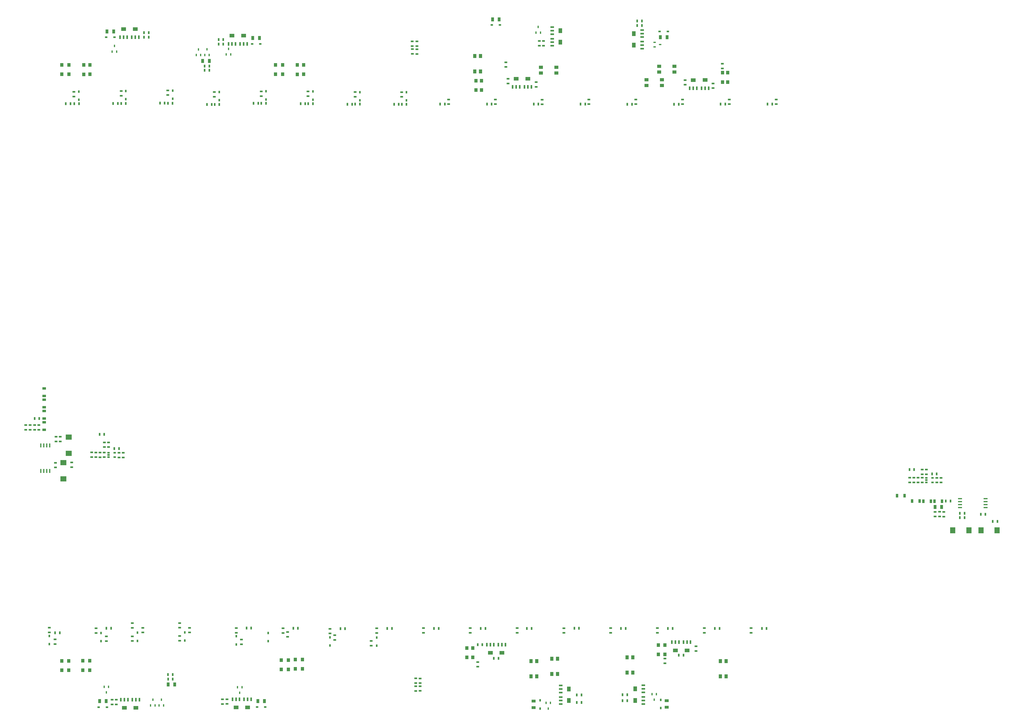
<source format=gbr>
%TF.GenerationSoftware,Altium Limited,Altium Designer,25.3.3 (18)*%
G04 Layer_Color=128*
%FSLAX45Y45*%
%MOMM*%
%TF.SameCoordinates,A4CA6E92-6A9D-4088-ADF9-EEBE24E4F9EE*%
%TF.FilePolarity,Positive*%
%TF.FileFunction,Paste,Bot*%
%TF.Part,Single*%
G01*
G75*
%TA.AperFunction,SMDPad,CuDef*%
%ADD40R,0.80000X1.25000*%
%ADD41R,1.25000X0.80000*%
%ADD42R,2.00000X1.50000*%
%ADD43R,0.80000X1.50000*%
%ADD44R,0.70000X1.00000*%
%ADD45R,0.60000X1.00000*%
%ADD46R,1.80000X1.45000*%
%ADD47R,0.60000X1.80000*%
%ADD48R,1.50000X2.00000*%
%ADD49R,1.50000X0.80000*%
%ADD50R,1.80000X1.30000*%
%ADD51R,1.45000X1.80000*%
%ADD52R,1.45000X1.50000*%
%ADD53R,1.30000X1.80000*%
%ADD54R,1.00000X0.70000*%
%ADD55R,2.50000X2.20000*%
%ADD56R,2.20000X2.50000*%
%ADD57R,1.60000X1.00000*%
%ADD58R,1.80000X0.60000*%
%ADD59R,1.00000X0.60000*%
%ADD60R,1.00000X1.60000*%
%ADD61R,1.00000X0.66000*%
D40*
X5527500Y29267517D02*
D03*
X5327500D02*
D03*
X8515000Y28782483D02*
D03*
X8715000D02*
D03*
X25779999Y689984D02*
D03*
X25979999D02*
D03*
X24027499Y612516D02*
D03*
X23827499D02*
D03*
X26610001Y29767517D02*
D03*
X26410001D02*
D03*
X28385339Y2632516D02*
D03*
X28185339D02*
D03*
X23827499Y930016D02*
D03*
X24027499D02*
D03*
X25982501Y942484D02*
D03*
X25782501D02*
D03*
X15922501Y3779984D02*
D03*
X15722501D02*
D03*
X3917500Y3784984D02*
D03*
X3717500D02*
D03*
X3427500Y12085016D02*
D03*
X3627500D02*
D03*
X40202499Y8702516D02*
D03*
X40402499D02*
D03*
X8120000Y27659985D02*
D03*
X7920000D02*
D03*
X41604999Y8362516D02*
D03*
X41804999D02*
D03*
X22185001Y26217484D02*
D03*
X21985001D02*
D03*
X19987500Y26217517D02*
D03*
X20187500D02*
D03*
X14022501Y26210016D02*
D03*
X14222501D02*
D03*
X14352499Y26212515D02*
D03*
X14552499D02*
D03*
X12347500Y26232516D02*
D03*
X12547500D02*
D03*
X10337500Y26247501D02*
D03*
X10537500D02*
D03*
X10007500D02*
D03*
X10207500D02*
D03*
X8017500Y26200015D02*
D03*
X8217500D02*
D03*
X8345000D02*
D03*
X8545000D02*
D03*
X2347500Y26227499D02*
D03*
X2547500D02*
D03*
X4256931Y11474984D02*
D03*
X4056931D02*
D03*
X39212500Y10392484D02*
D03*
X39012500D02*
D03*
X16545000Y26202515D02*
D03*
X16345000D02*
D03*
X16217500D02*
D03*
X16017500D02*
D03*
X8515000Y28972485D02*
D03*
X8715000D02*
D03*
X12220000Y26232516D02*
D03*
X12020000D02*
D03*
X18185001Y26212515D02*
D03*
X17985001D02*
D03*
X24189999Y26215015D02*
D03*
X23989999D02*
D03*
X7919645Y27842484D02*
D03*
X8119645D02*
D03*
X31979999Y26217484D02*
D03*
X32179999D02*
D03*
X29975000Y26214984D02*
D03*
X30175000D02*
D03*
X27982501Y26209985D02*
D03*
X28182501D02*
D03*
X25985001D02*
D03*
X26185001D02*
D03*
X6547500Y26252515D02*
D03*
X6347500D02*
D03*
X6210000Y26255017D02*
D03*
X6010000D02*
D03*
X26410001Y29572485D02*
D03*
X26610001D02*
D03*
X11707500Y3787484D02*
D03*
X11907500D02*
D03*
X19587500Y3087484D02*
D03*
X19787500D02*
D03*
X21895000Y3780016D02*
D03*
X21695000D02*
D03*
X19722501Y3779984D02*
D03*
X19922501D02*
D03*
X17722501D02*
D03*
X17922501D02*
D03*
X23720000Y3784984D02*
D03*
X23920000D02*
D03*
X6552500Y1802516D02*
D03*
X6352500D02*
D03*
X6555000Y1610016D02*
D03*
X6355000D02*
D03*
X4547500Y26242499D02*
D03*
X4347500D02*
D03*
X31939999Y3780016D02*
D03*
X31739999D02*
D03*
X29929999D02*
D03*
X29729999D02*
D03*
X27920001D02*
D03*
X27720001D02*
D03*
X25912500D02*
D03*
X25712500D02*
D03*
X4207500Y26242499D02*
D03*
X4007500D02*
D03*
X2182500Y26230017D02*
D03*
X1982500D02*
D03*
X13722501Y3767484D02*
D03*
X13922501D02*
D03*
X9707500Y3794984D02*
D03*
X9907500D02*
D03*
X1525000Y3589984D02*
D03*
X1725000D02*
D03*
X5527500Y29080017D02*
D03*
X5327500D02*
D03*
X20277499Y2500016D02*
D03*
X20477499D02*
D03*
X850000Y12762516D02*
D03*
X650000D02*
D03*
X39600000Y9227484D02*
D03*
X39800000D02*
D03*
X38245001Y10577516D02*
D03*
X38045001D02*
D03*
X41295001Y8660016D02*
D03*
X41095001D02*
D03*
X40202499Y8517484D02*
D03*
X40402499D02*
D03*
D41*
X3960016Y527500D02*
D03*
Y727500D02*
D03*
X8677516Y547500D02*
D03*
Y747500D02*
D03*
X16942516Y1442500D02*
D03*
Y1642500D02*
D03*
X17130016Y1440000D02*
D03*
Y1640000D02*
D03*
X16992476Y28559991D02*
D03*
Y28359991D02*
D03*
X16794975Y28564993D02*
D03*
Y28364993D02*
D03*
X17127484Y1307500D02*
D03*
Y1107500D02*
D03*
X16942223Y1306215D02*
D03*
Y1106215D02*
D03*
X16792508Y28697491D02*
D03*
Y28897491D02*
D03*
X22222501Y28912500D02*
D03*
Y28712500D02*
D03*
X16990009Y28697491D02*
D03*
Y28897491D02*
D03*
X28922855Y3012500D02*
D03*
Y2812500D02*
D03*
X4140016Y730000D02*
D03*
Y530000D02*
D03*
X8875016Y750000D02*
D03*
Y550000D02*
D03*
X15272516Y3785000D02*
D03*
Y3585000D02*
D03*
X13275015Y3765000D02*
D03*
Y3565000D02*
D03*
X11272516Y3787500D02*
D03*
Y3587500D02*
D03*
X11467516Y3625000D02*
D03*
Y3425000D02*
D03*
X6847516Y3455000D02*
D03*
Y3255000D02*
D03*
X7272516Y3807500D02*
D03*
Y3607500D02*
D03*
X4827516Y3442500D02*
D03*
Y3242500D02*
D03*
Y4005000D02*
D03*
Y3805000D02*
D03*
X31274985Y3592500D02*
D03*
Y3792500D02*
D03*
X29274985Y3592500D02*
D03*
Y3792500D02*
D03*
X27274985Y3592500D02*
D03*
Y3792500D02*
D03*
X25274985Y3592500D02*
D03*
Y3792500D02*
D03*
X17272516D02*
D03*
Y3592500D02*
D03*
X23275015Y3790000D02*
D03*
Y3590000D02*
D03*
X19270016Y3792500D02*
D03*
Y3592500D02*
D03*
X39139984Y8567500D02*
D03*
Y8767500D02*
D03*
X650016Y12482500D02*
D03*
Y12282500D02*
D03*
X1565017Y11982500D02*
D03*
Y11782500D02*
D03*
X1537484Y10667500D02*
D03*
Y10867500D02*
D03*
X2232484Y10680000D02*
D03*
Y10880000D02*
D03*
X274984Y12280000D02*
D03*
Y12480000D02*
D03*
X3632484Y11540000D02*
D03*
Y11740000D02*
D03*
X3807484Y11540000D02*
D03*
Y11740000D02*
D03*
X28460016Y27042499D02*
D03*
Y27242499D02*
D03*
X22344984Y26204999D02*
D03*
Y26404999D02*
D03*
X18347482Y26212500D02*
D03*
Y26412500D02*
D03*
X20344984Y26212500D02*
D03*
Y26412500D02*
D03*
X12334984Y26552499D02*
D03*
Y26752499D02*
D03*
X10337484Y26557483D02*
D03*
Y26757483D02*
D03*
X8329984Y26527499D02*
D03*
Y26727499D02*
D03*
X2327484Y26539999D02*
D03*
Y26739999D02*
D03*
X3621947Y11307501D02*
D03*
Y11107501D02*
D03*
X39394983Y10025000D02*
D03*
Y10225000D02*
D03*
X38232516Y10230000D02*
D03*
Y10030000D02*
D03*
X14349985Y26727499D02*
D03*
Y26527499D02*
D03*
X16342484Y26725000D02*
D03*
Y26525000D02*
D03*
X20792484Y28004999D02*
D03*
Y27804999D02*
D03*
X22089984Y27152499D02*
D03*
Y26952499D02*
D03*
X24344984Y26412500D02*
D03*
Y26212500D02*
D03*
X22403116Y28912936D02*
D03*
Y28712936D02*
D03*
X6344984Y26800000D02*
D03*
Y26600000D02*
D03*
X30050000Y27939999D02*
D03*
Y27739999D02*
D03*
X29652484Y27097501D02*
D03*
Y26897501D02*
D03*
X32347516Y26212500D02*
D03*
Y26412500D02*
D03*
X30345016Y26212500D02*
D03*
Y26412500D02*
D03*
X28347516Y26212500D02*
D03*
Y26412500D02*
D03*
X26347516Y26212500D02*
D03*
Y26412500D02*
D03*
X15035016Y3042500D02*
D03*
Y3242500D02*
D03*
X21277516Y3592500D02*
D03*
Y3792500D02*
D03*
X19595016Y2140000D02*
D03*
Y2340000D02*
D03*
X27595016Y2290000D02*
D03*
Y2490000D02*
D03*
X6850016Y3810000D02*
D03*
Y4010000D02*
D03*
X4347484Y26772501D02*
D03*
Y26572501D02*
D03*
X13480016Y3287500D02*
D03*
Y3487500D02*
D03*
X9275016Y3592500D02*
D03*
Y3792500D02*
D03*
X1275016Y3610000D02*
D03*
Y3810000D02*
D03*
X1525016Y3110000D02*
D03*
Y3310000D02*
D03*
X9492516Y3100000D02*
D03*
Y3300000D02*
D03*
X5277516Y3605000D02*
D03*
Y3805000D02*
D03*
X3272516Y3587500D02*
D03*
Y3787500D02*
D03*
X3715016Y3237500D02*
D03*
Y3437500D02*
D03*
X20890016Y27297501D02*
D03*
Y27097501D02*
D03*
X39334985Y8770000D02*
D03*
Y8570000D02*
D03*
X830000Y12282500D02*
D03*
Y12482500D02*
D03*
X460016Y12282500D02*
D03*
Y12482500D02*
D03*
X4439414Y11297501D02*
D03*
Y11097501D02*
D03*
X3444447Y11105000D02*
D03*
Y11305001D02*
D03*
X1745000Y11980000D02*
D03*
Y11780000D02*
D03*
X3089414Y11310000D02*
D03*
Y11110000D02*
D03*
X3266947Y11107501D02*
D03*
Y11307501D02*
D03*
X4259414Y11297501D02*
D03*
Y11097501D02*
D03*
X38767484Y10577500D02*
D03*
Y10377500D02*
D03*
X38592484Y10577500D02*
D03*
Y10377500D02*
D03*
X39517484Y8765000D02*
D03*
Y8565000D02*
D03*
X38057483Y10230000D02*
D03*
Y10030000D02*
D03*
X38590015Y10027500D02*
D03*
Y10227500D02*
D03*
X39217499Y10225000D02*
D03*
Y10025000D02*
D03*
X38412515Y10027500D02*
D03*
Y10227500D02*
D03*
D42*
X28042838Y2840000D02*
D03*
X28537839D02*
D03*
X29307501Y27245001D02*
D03*
X20130000Y2735000D02*
D03*
X20625000D02*
D03*
X9260000Y400000D02*
D03*
X9752500Y397500D02*
D03*
X4489661Y380000D02*
D03*
X4982161D02*
D03*
X4950000Y29427499D02*
D03*
X4452500D02*
D03*
X9582500Y29142499D02*
D03*
X9087500D02*
D03*
X21232500Y27302499D02*
D03*
X21737500D02*
D03*
X28800000Y27239999D02*
D03*
D43*
X28042838Y3190000D02*
D03*
X27890338D02*
D03*
X28192838D02*
D03*
X28537839D02*
D03*
X28385339D02*
D03*
X28687839D02*
D03*
X29157501Y26895001D02*
D03*
X29460001D02*
D03*
X29307501D02*
D03*
X20280000Y3085000D02*
D03*
X19977499D02*
D03*
X20130000D02*
D03*
X20775000D02*
D03*
X20472501D02*
D03*
X20625000D02*
D03*
X9410000Y750000D02*
D03*
X9107500D02*
D03*
X9260000D02*
D03*
X9902500Y747500D02*
D03*
X9600000D02*
D03*
X9752500D02*
D03*
X4639661Y730000D02*
D03*
X4337161D02*
D03*
X4489661D02*
D03*
X5132161D02*
D03*
X4829661D02*
D03*
X4982161D02*
D03*
X4950000Y29077499D02*
D03*
X5102500D02*
D03*
X4800000D02*
D03*
X4302500D02*
D03*
X4605000D02*
D03*
X4452500D02*
D03*
X9582500Y28792499D02*
D03*
X9735000D02*
D03*
X9432500D02*
D03*
X9087500D02*
D03*
X9240000D02*
D03*
X8937500D02*
D03*
X21232500Y26952499D02*
D03*
X21385001D02*
D03*
X21082500D02*
D03*
X21737500D02*
D03*
X21889999D02*
D03*
X21587500D02*
D03*
X28800000Y26889999D02*
D03*
X28952499D02*
D03*
X28650000D02*
D03*
D44*
X4547500Y26772501D02*
D03*
Y26422501D02*
D03*
X10632500Y3235000D02*
D03*
Y3585000D02*
D03*
X22255000Y352500D02*
D03*
Y702500D02*
D03*
X27414999Y725000D02*
D03*
Y375000D02*
D03*
X15272501Y3042500D02*
D03*
Y3392500D02*
D03*
X13277499Y3047500D02*
D03*
Y3397500D02*
D03*
X9275000Y3095000D02*
D03*
Y3445000D02*
D03*
X7070000Y3257500D02*
D03*
Y3607500D02*
D03*
X5050000Y3247500D02*
D03*
Y3597500D02*
D03*
X3485000Y3237500D02*
D03*
Y3587500D02*
D03*
X1275000Y3110000D02*
D03*
Y3460000D02*
D03*
X16545000Y26375000D02*
D03*
Y26725000D02*
D03*
X14552127Y26372501D02*
D03*
Y26722501D02*
D03*
X12545000Y26404999D02*
D03*
Y26754999D02*
D03*
X10542500Y26412485D02*
D03*
Y26762485D02*
D03*
X2542500Y26747501D02*
D03*
Y26397501D02*
D03*
X8542500Y26379999D02*
D03*
Y26729999D02*
D03*
X6550000Y26442499D02*
D03*
Y26792499D02*
D03*
D45*
X22272501Y29272937D02*
D03*
X22082500D02*
D03*
X22177499Y29512936D02*
D03*
X27137500Y730000D02*
D03*
X27232501Y970000D02*
D03*
X27042499D02*
D03*
X6162500Y487500D02*
D03*
X5972500D02*
D03*
X6067500Y727500D02*
D03*
X5702500D02*
D03*
X5607500Y487500D02*
D03*
X5797500D02*
D03*
X9417500Y1022500D02*
D03*
X9512500Y1262500D02*
D03*
X9322500D02*
D03*
X3715000Y1040000D02*
D03*
X3810000Y1280000D02*
D03*
X3620000D02*
D03*
X7750000Y28314999D02*
D03*
X7560000D02*
D03*
X7655000Y28554999D02*
D03*
X8115000Y28317499D02*
D03*
X7925000D02*
D03*
X8020000Y28557501D02*
D03*
X9032500Y28337500D02*
D03*
X8842500D02*
D03*
X8937500Y28577499D02*
D03*
X4060000Y28702499D02*
D03*
X3965000Y28462500D02*
D03*
X4155000D02*
D03*
X22510001Y592500D02*
D03*
X22700000D02*
D03*
X22605000Y352500D02*
D03*
D46*
X22295000Y27792499D02*
D03*
X22950000D02*
D03*
X22295000Y27547501D02*
D03*
X22950000D02*
D03*
X27462500Y27007501D02*
D03*
X26807501D02*
D03*
X27462500Y27252499D02*
D03*
X26807501D02*
D03*
X28000000Y27585001D02*
D03*
X27345001D02*
D03*
X28000000Y27829999D02*
D03*
X27345001D02*
D03*
D47*
X914500Y10517500D02*
D03*
X1041500D02*
D03*
X1168500D02*
D03*
X1295500D02*
D03*
Y11607500D02*
D03*
X1168500D02*
D03*
X1041500D02*
D03*
X914500D02*
D03*
D48*
X23487500Y692500D02*
D03*
Y1190000D02*
D03*
X26320001Y692500D02*
D03*
Y1195000D02*
D03*
X23125000Y29355438D02*
D03*
X23122501Y28862936D02*
D03*
X26264999Y29230838D02*
D03*
X26267499Y28735837D02*
D03*
D49*
X23137500Y692500D02*
D03*
Y540000D02*
D03*
Y842500D02*
D03*
Y1190000D02*
D03*
Y1037500D02*
D03*
Y1340000D02*
D03*
X26670001Y692500D02*
D03*
Y845000D02*
D03*
Y542500D02*
D03*
Y1045000D02*
D03*
Y1347500D02*
D03*
Y1195000D02*
D03*
X22775000Y29505438D02*
D03*
Y29202936D02*
D03*
Y29355438D02*
D03*
X22772501Y28862936D02*
D03*
Y28710437D02*
D03*
Y29012936D02*
D03*
X26614999Y29230838D02*
D03*
Y29383337D02*
D03*
Y29080838D02*
D03*
X26617499Y28735837D02*
D03*
Y28888339D02*
D03*
Y28585837D02*
D03*
D50*
X21982500Y672500D02*
D03*
Y387500D02*
D03*
X27672501Y690000D02*
D03*
Y405000D02*
D03*
D51*
X25972501Y1887500D02*
D03*
Y2542500D02*
D03*
X26217499Y1887500D02*
D03*
Y2542500D02*
D03*
X23002499Y2482500D02*
D03*
Y1827500D02*
D03*
X22757500Y2482500D02*
D03*
Y1827500D02*
D03*
X22117500Y2385000D02*
D03*
Y1730000D02*
D03*
X21872501Y2385000D02*
D03*
Y1730000D02*
D03*
X19464999Y27614999D02*
D03*
Y28270001D02*
D03*
X19710001Y27614999D02*
D03*
Y28270001D02*
D03*
X29964999Y1730000D02*
D03*
Y2385000D02*
D03*
X30210001Y1730000D02*
D03*
Y2385000D02*
D03*
D52*
X27596707Y2667500D02*
D03*
Y3067500D02*
D03*
X27311707Y2667500D02*
D03*
Y3067500D02*
D03*
X19122499Y2542500D02*
D03*
Y2942500D02*
D03*
X19382500Y2542500D02*
D03*
Y2942500D02*
D03*
X2105000Y1992500D02*
D03*
Y2392500D02*
D03*
X2705000Y1995000D02*
D03*
Y2395000D02*
D03*
X3005000Y1995000D02*
D03*
Y2395000D02*
D03*
X1807500Y1987500D02*
D03*
Y2387500D02*
D03*
X11495000Y2025000D02*
D03*
Y2425000D02*
D03*
X11192500Y2027500D02*
D03*
Y2427500D02*
D03*
X12097500Y2052500D02*
D03*
Y2452500D02*
D03*
X11797500Y2052500D02*
D03*
Y2452500D02*
D03*
X19512500Y27212500D02*
D03*
Y26812500D02*
D03*
X19752499Y27214999D02*
D03*
Y26814999D02*
D03*
X30279999Y27557501D02*
D03*
Y27157501D02*
D03*
X30052499Y27557501D02*
D03*
Y27157501D02*
D03*
X11250000Y27489999D02*
D03*
Y27889999D02*
D03*
X12152500Y27489999D02*
D03*
Y27889999D02*
D03*
X11877500Y27487500D02*
D03*
Y27887500D02*
D03*
X10950000Y27489999D02*
D03*
Y27889999D02*
D03*
X1810000Y27489999D02*
D03*
Y27889999D02*
D03*
X3010000Y27489999D02*
D03*
Y27889999D02*
D03*
X2747500Y27487500D02*
D03*
Y27887500D02*
D03*
X2112500Y27489999D02*
D03*
Y27889999D02*
D03*
D53*
X10190000Y670000D02*
D03*
X10475000D02*
D03*
X3710000Y672500D02*
D03*
X3425000D02*
D03*
X39422501Y8975000D02*
D03*
X39137500D02*
D03*
X8120000Y28060001D02*
D03*
X7835000D02*
D03*
X9975000Y29042499D02*
D03*
X10260000D02*
D03*
X3742500Y29322501D02*
D03*
X4027500D02*
D03*
X27397501Y29079999D02*
D03*
X27682501D02*
D03*
X20225000Y29842499D02*
D03*
X20510001D02*
D03*
X6355000Y1380000D02*
D03*
X6640000D02*
D03*
D54*
X10160000Y417500D02*
D03*
X10510000D02*
D03*
X3740000Y412500D02*
D03*
X3390000D02*
D03*
X10295000Y28792499D02*
D03*
X9945000D02*
D03*
X3710000Y29075000D02*
D03*
X4060000D02*
D03*
X27717499Y29325000D02*
D03*
X27367499D02*
D03*
X20539999Y29602499D02*
D03*
X20189999D02*
D03*
D55*
X1880000Y10180000D02*
D03*
Y10870000D02*
D03*
X2105000Y11965000D02*
D03*
Y11275000D02*
D03*
D56*
X39897501Y7980000D02*
D03*
X40587500D02*
D03*
X41795001D02*
D03*
X41104999D02*
D03*
D57*
X1057500Y12762500D02*
D03*
Y13082500D02*
D03*
Y12282500D02*
D03*
Y12602500D02*
D03*
X1057500Y14045000D02*
D03*
Y13725000D02*
D03*
X1060000Y13564999D02*
D03*
Y13245000D02*
D03*
D58*
X41297501Y8954500D02*
D03*
Y9081500D02*
D03*
Y9208500D02*
D03*
Y9335500D02*
D03*
X40207501D02*
D03*
Y9208500D02*
D03*
Y9081500D02*
D03*
Y8954500D02*
D03*
D59*
X27150000Y28664999D02*
D03*
Y28854999D02*
D03*
X27389999Y28760001D02*
D03*
D60*
X37517499Y9460000D02*
D03*
X37837500D02*
D03*
X38161215Y9227411D02*
D03*
X38481213D02*
D03*
X38639999Y9225000D02*
D03*
X38960001D02*
D03*
X39439999Y9225000D02*
D03*
X39120001D02*
D03*
D61*
X39029999Y10220000D02*
D03*
Y10030000D02*
D03*
X38769998D02*
D03*
Y10125000D02*
D03*
Y10220000D02*
D03*
X4069431Y11297501D02*
D03*
Y11107501D02*
D03*
X3809431D02*
D03*
Y11202501D02*
D03*
Y11297501D02*
D03*
%TF.MD5,b8d8a4616eafd43f0530fb8893827269*%
M02*

</source>
